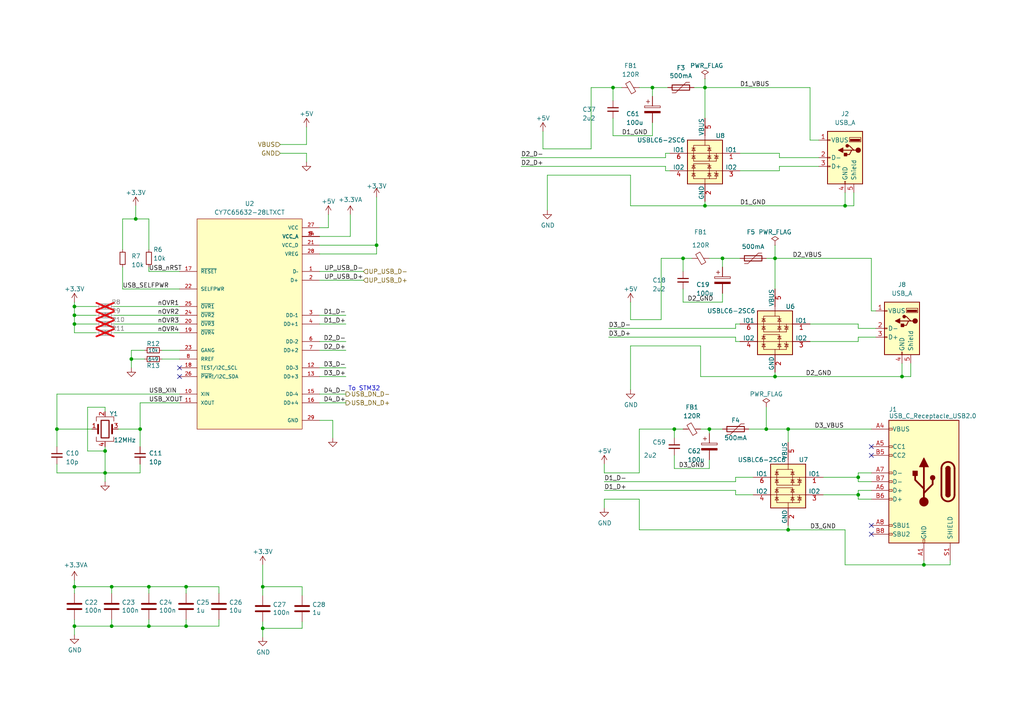
<source format=kicad_sch>
(kicad_sch (version 20230121) (generator eeschema)
  (paper "A4")
  (title_block (title "STM32 Macropad") (date "2023-12-06") (rev "1") (company "Irfaan"))
  (lib_symbols
    (symbol "CY7C65632-28LTXCT:CY7C65632-28LTXCT" (pin_names (offset 1.016))
      (property "Reference" "U" (at -15.2554 31.2736 0))
      (property "Value" "CY7C65632-28LTXCT" (at -15.248 -33.0374 0))
      (symbol "CY7C65632-28LTXCT_0_0"
        (pin bidirectional line (at 20.32 15.24 180) (length 5.08) (name "D–") (number "1"))
        (pin input line (at -20.32 -20.32 0) (length 5.08) (name "XIN") (number "10"))
        (pin output line (at -20.32 -22.86 0) (length 5.08) (name "XOUT") (number "11"))
        (pin bidirectional line (at 20.32 -12.7 180) (length 5.08) (name "DD–3") (number "12"))
        (pin bidirectional line (at 20.32 -15.24 180) (length 5.08) (name "DD+3") (number "13"))
        (pin power_in line (at 20.32 25.4 180) (length 5.08) (name "VCC_A") (number "14"))
        (pin bidirectional line (at 20.32 -20.32 180) (length 5.08) (name "DD–4") (number "15"))
        (pin bidirectional line (at 20.32 -22.86 180) (length 5.08) (name "DD+4") (number "16"))
        (pin input line (at -20.32 15.24 0) (length 5.08) (name "~{RESET}") (number "17"))
        (pin bidirectional line (at -20.32 -12.7 0) (length 5.08) (name "TEST/I2C_SCL") (number "18"))
        (pin input line (at -20.32 -2.54 0) (length 5.08) (name "~{OVR}~{4}") (number "19"))
        (pin bidirectional line (at 20.32 12.7 180) (length 5.08) (name "D+") (number "2"))
        (pin input line (at -20.32 0 0) (length 5.08) (name "~{OVR}~{3}") (number "20"))
        (pin power_in line (at 20.32 22.86 180) (length 5.08) (name "VCC_D") (number "21"))
        (pin input line (at -20.32 10.16 0) (length 5.08) (name "SELFPWR") (number "22"))
        (pin bidirectional line (at -20.32 -7.62 0) (length 5.08) (name "GANG") (number "23"))
        (pin input line (at -20.32 2.54 0) (length 5.08) (name "~{OVR}~{2}") (number "24"))
        (pin input line (at -20.32 5.08 0) (length 5.08) (name "~{OVR}~{1}") (number "25"))
        (pin bidirectional line (at -20.32 -15.24 0) (length 5.08) (name "~{PWR}!/I2C_SDA") (number "26"))
        (pin power_in line (at 20.32 27.94 180) (length 5.08) (name "VCC") (number "27"))
        (pin power_in line (at 20.32 20.32 180) (length 5.08) (name "VREG") (number "28"))
        (pin power_in line (at 20.32 -27.94 180) (length 5.08) (name "GND") (number "29"))
        (pin bidirectional line (at 20.32 2.54 180) (length 5.08) (name "DD–1") (number "3"))
        (pin bidirectional line (at 20.32 0 180) (length 5.08) (name "DD+1") (number "4"))
        (pin power_in line (at 20.32 25.4 180) (length 5.08) (name "VCC_A") (number "5"))
        (pin bidirectional line (at 20.32 -5.08 180) (length 5.08) (name "DD–2") (number "6"))
        (pin bidirectional line (at 20.32 -7.62 180) (length 5.08) (name "DD+2") (number "7"))
        (pin bidirectional line (at -20.32 -10.16 0) (length 5.08) (name "RREF") (number "8"))
        (pin power_in line (at 20.32 25.4 180) (length 5.08) (name "VCC_A") (number "9"))
      )
    )
    (symbol "Connector:USB_A" (pin_names (offset 1.016))
      (property "Reference" "J8" (at 0 12.7 0))
      (property "Value" "USB_A" (at 0 10.16 0))
      (symbol "USB_A_1_1"
        (pin power_in line (at 7.62 5.08 180) (length 2.54) (name "VBUS") (number "1"))
        (pin bidirectional line (at 7.62 0 180) (length 2.54) (name "D-") (number "2"))
        (pin bidirectional line (at 7.62 -2.54 180) (length 2.54) (name "D+") (number "3"))
        (pin power_in line (at 0 -10.16 90) (length 2.54) (name "GND") (number "4"))
        (pin passive line (at -2.54 -10.16 90) (length 2.54) (name "Shield") (number "5"))
      )
    )
    (symbol "Device:C" (pin_numbers hide) (pin_names (offset 0.254))
      (property "Reference" "C" (at 0.635 2.54 0))
      (property "Value" "C" (at 0.635 -2.54 0))
      (symbol "C_1_1"
        (pin passive line (at 0 3.81 270) (length 2.794) (name "~") (number "1"))
        (pin passive line (at 0 -3.81 90) (length 2.794) (name "~") (number "2"))
      )
    )
    (symbol "Device:C_Polarized" (pin_numbers hide) (pin_names (offset 0.254))
      (property "Reference" "C" (at 0.635 2.54 0))
      (property "Value" "C_Polarized" (at 0.635 -2.54 0))
      (symbol "C_Polarized_1_1"
        (pin passive line (at 0 3.81 270) (length 2.794) (name "~") (number "1"))
        (pin passive line (at 0 -3.81 90) (length 2.794) (name "~") (number "2"))
      )
    )
    (symbol "Device:C_Small" (pin_numbers hide) (pin_names (offset 0.254) hide)
      (property "Reference" "C" (at 0.254 1.778 0))
      (property "Value" "C_Small" (at 0.254 -2.032 0))
      (symbol "C_Small_1_1"
        (pin passive line (at 0 2.54 270) (length 2.032) (name "~") (number "1"))
        (pin passive line (at 0 -2.54 90) (length 2.032) (name "~") (number "2"))
      )
    )
    (symbol "Device:Crystal_GND24" (pin_names (offset 1.016) hide)
      (property "Reference" "Y" (at 3.175 5.08 0))
      (property "Value" "Crystal_GND24" (at 3.175 3.175 0))
      (symbol "Crystal_GND24_1_1"
        (pin passive line (at -3.81 0 0) (length 1.27) (name "1") (number "1"))
        (pin passive line (at 0 5.08 270) (length 1.27) (name "2") (number "2"))
        (pin passive line (at 3.81 0 180) (length 1.27) (name "3") (number "3"))
        (pin passive line (at 0 -5.08 90) (length 1.27) (name "4") (number "4"))
      )
    )
    (symbol "Device:FerriteBead_Small" (pin_numbers hide) (pin_names (offset 0))
      (property "Reference" "FB" (at 1.905 1.27 0))
      (property "Value" "FerriteBead_Small" (at 1.905 -1.27 0))
      (symbol "FerriteBead_Small_1_1"
        (pin passive line (at 0 2.54 270) (length 1.27) (name "~") (number "1"))
        (pin passive line (at 0 -2.54 90) (length 1.27) (name "~") (number "2"))
      )
    )
    (symbol "Device:Polyfuse" (pin_numbers hide) (pin_names (offset 0))
      (property "Reference" "F" (at -2.54 0 90))
      (property "Value" "Polyfuse" (at 2.54 0 90))
      (symbol "Polyfuse_1_1"
        (pin passive line (at 0 3.81 270) (length 1.27) (name "~") (number "1"))
        (pin passive line (at 0 -3.81 90) (length 1.27) (name "~") (number "2"))
      )
    )
    (symbol "Device:R_Small" (pin_numbers hide) (pin_names (offset 0.254) hide)
      (property "Reference" "R" (at 0.762 0.508 0))
      (property "Value" "R_Small" (at 0.762 -1.016 0))
      (symbol "R_Small_1_1"
        (pin passive line (at 0 2.54 270) (length 0.762) (name "~") (number "1"))
        (pin passive line (at 0 -2.54 90) (length 0.762) (name "~") (number "2"))
      )
    )
    (symbol "Hub16-rescue:USBLC6-2SC6-josh-ic" (pin_names (offset 0))
      (property "Reference" "U" (at -7.62 8.89 0))
      (property "Value" "josh-ic_USBLC6-2SC6" (at 7.62 7.62 0))
      (symbol "USBLC6-2SC6-josh-ic_1_1"
        (pin passive line (at -10.16 2.54 0) (length 5.08) (name "IO1") (number "1"))
        (pin passive line (at 0 -11.43 90) (length 5.08) (name "GND") (number "2"))
        (pin passive line (at -10.16 -2.54 0) (length 5.08) (name "IO2") (number "3"))
        (pin passive line (at 10.16 -2.54 180) (length 5.08) (name "IO2") (number "4"))
        (pin passive line (at 0 12.7 270) (length 5.08) (name "VBUS") (number "5"))
        (pin passive line (at 10.16 2.54 180) (length 5.08) (name "IO1") (number "6"))
      )
    )
    (symbol "Hub16-rescue:USB_C_Receptacle_USB2.0-Connector" (pin_names (offset 1.016))
      (property "Reference" "J" (at -10.16 19.05 0))
      (property "Value" "Connector_USB_C_Receptacle_USB2.0" (at 19.05 19.05 0))
      (symbol "USB_C_Receptacle_USB2.0-Connector_1_1"
        (pin power_in line (at 0 -22.86 90) (length 5.08) (name "GND") (number "A1"))
        (pin passive line (at 0 -22.86 90) (length 5.08) hide (name "GND") (number "A12"))
        (pin power_in line (at 15.24 15.24 180) (length 5.08) (name "VBUS") (number "A4"))
        (pin bidirectional line (at 15.24 10.16 180) (length 5.08) (name "CC1") (number "A5"))
        (pin bidirectional line (at 15.24 -2.54 180) (length 5.08) (name "D+") (number "A6"))
        (pin bidirectional line (at 15.24 2.54 180) (length 5.08) (name "D-") (number "A7"))
        (pin bidirectional line (at 15.24 -12.7 180) (length 5.08) (name "SBU1") (number "A8"))
        (pin passive line (at 15.24 15.24 180) (length 5.08) hide (name "VBUS") (number "A9"))
        (pin passive line (at 0 -22.86 90) (length 5.08) hide (name "GND") (number "B1"))
        (pin passive line (at 0 -22.86 90) (length 5.08) hide (name "GND") (number "B12"))
        (pin passive line (at 15.24 15.24 180) (length 5.08) hide (name "VBUS") (number "B4"))
        (pin bidirectional line (at 15.24 7.62 180) (length 5.08) (name "CC2") (number "B5"))
        (pin bidirectional line (at 15.24 -5.08 180) (length 5.08) (name "D+") (number "B6"))
        (pin bidirectional line (at 15.24 0 180) (length 5.08) (name "D-") (number "B7"))
        (pin bidirectional line (at 15.24 -15.24 180) (length 5.08) (name "SBU2") (number "B8"))
        (pin passive line (at 15.24 15.24 180) (length 5.08) hide (name "VBUS") (number "B9"))
        (pin passive line (at -7.62 -22.86 90) (length 5.08) (name "SHIELD") (number "S1"))
      )
    )
    (symbol "USB_A_1" (pin_names (offset 1.016))
      (property "Reference" "J2" (at 0 12.7 0))
      (property "Value" "USB_A" (at 0 10.16 0))
      (symbol "USB_A_1_1_1"
        (pin power_in line (at 7.62 5.08 180) (length 2.54) (name "VBUS") (number "1"))
        (pin bidirectional line (at 7.62 0 180) (length 2.54) (name "D-") (number "2"))
        (pin bidirectional line (at 7.62 -2.54 180) (length 2.54) (name "D+") (number "3"))
        (pin power_in line (at 0 -10.16 90) (length 2.54) (name "GND") (number "4"))
        (pin passive line (at -2.54 -10.16 90) (length 2.54) (name "Shield") (number "5"))
      )
    )
    (symbol "power:+3.3V" (power) (pin_names (offset 0))
      (property "Value" "+3.3V" (at 0 3.556 0))
      (symbol "+3.3V_1_1"
        (pin power_in line (at 0 0 90) (length 0) hide (name "+3.3V") (number "1"))
      )
    )
    (symbol "power:+3.3VA" (power) (pin_names (offset 0))
      (property "Value" "+3.3VA" (at 0 3.556 0))
      (symbol "+3.3VA_1_1"
        (pin power_in line (at 0 0 90) (length 0) hide (name "+3.3VA") (number "1"))
      )
    )
    (symbol "power:+5V" (power) (pin_names (offset 0))
      (property "Value" "+5V" (at 0 3.556 0))
      (symbol "+5V_1_1"
        (pin power_in line (at 0 0 90) (length 0) hide (name "+5V") (number "1"))
      )
    )
    (symbol "power:GND" (power) (pin_names (offset 0))
      (property "Value" "GND" (at 0 -3.81 0))
      (symbol "GND_1_1"
        (pin power_in line (at 0 0 270) (length 0) hide (name "GND") (number "1"))
      )
    )
    (symbol "power:PWR_FLAG" (power) (pin_numbers hide) (pin_names (offset 0) hide)
      (property "Value" "PWR_FLAG" (at 0 3.81 0))
      (symbol "PWR_FLAG_0_0"
        (pin power_out line (at 0 0 90) (length 0) (name "pwr") (number "1"))
      )
    )
  )
  (junction (at 38.1 104.14))
  (junction (at 21.59 88.9))
  (junction (at 32.385 170.18))
  (junction (at 204.47 59.69))
  (junction (at 224.79 109.22))
  (junction (at 245.11 59.69))
  (junction (at 30.48 137.16))
  (junction (at 53.975 170.18))
  (junction (at 195.58 124.46))
  (junction (at 76.2 182.245))
  (junction (at 198.12 74.93))
  (junction (at 261.62 109.22))
  (junction (at 21.59 170.18))
  (junction (at 177.8 25.4))
  (junction (at 205.74 124.46))
  (junction (at 53.975 181.61))
  (junction (at 40.64 124.46))
  (junction (at 21.59 181.61))
  (junction (at 267.97 163.83))
  (junction (at 228.6 153.67))
  (junction (at 248.92 138.43))
  (junction (at 43.18 170.18))
  (junction (at 30.48 130.81))
  (junction (at 189.23 25.4))
  (junction (at 248.92 143.51))
  (junction (at 76.2 170.18))
  (junction (at 21.59 93.98))
  (junction (at 39.37 63.5))
  (junction (at 16.51 124.46))
  (junction (at 228.6 124.46))
  (junction (at 43.18 181.61))
  (junction (at 224.79 74.93))
  (junction (at 209.55 74.93))
  (junction (at 21.59 91.44))
  (junction (at 222.25 124.46))
  (junction (at 204.47 25.4))
  (junction (at 109.22 71.12))
  (junction (at 32.385 181.61))
  (no_connect (at 252.73 152.4))
  (no_connect (at 252.73 132.08))
  (no_connect (at 252.73 154.94))
  (no_connect (at 52.07 106.68))
  (no_connect (at 52.07 109.22))
  (no_connect (at 252.73 129.54))
  (wire (pts (xy 32.385 170.18) (xy 32.385 172.085)))
  (wire (pts (xy 96.52 121.92) (xy 96.52 127)))
  (wire (pts (xy 53.975 181.61) (xy 43.18 181.61)))
  (wire (pts (xy 21.59 96.52) (xy 21.59 93.98)))
  (wire (pts (xy 76.2 182.245) (xy 76.2 184.785)))
  (wire (pts (xy 248.92 95.25) (xy 254 95.25)))
  (wire (pts (xy 87.63 170.18) (xy 87.63 172.72)))
  (wire (pts (xy 92.71 81.28) (xy 105.41 81.28)))
  (wire (pts (xy 228.6 153.67) (xy 245.11 153.67)))
  (wire (pts (xy 234.95 99.06) (xy 248.92 99.06)))
  (wire (pts (xy 16.51 124.46) (xy 26.67 124.46)))
  (wire (pts (xy 38.1 104.14) (xy 38.1 106.68)))
  (wire (pts (xy 35.56 63.5) (xy 35.56 72.39)))
  (wire (pts (xy 92.71 68.58) (xy 101.6 68.58)))
  (wire (pts (xy 214.63 49.53) (xy 226.06 49.53)))
  (wire (pts (xy 35.56 63.5) (xy 39.37 63.5)))
  (wire (pts (xy 76.2 170.18) (xy 76.2 172.72)))
  (wire (pts (xy 25.4 130.81) (xy 25.4 118.11)))
  (wire (pts (xy 193.04 45.72) (xy 193.04 44.45)))
  (wire (pts (xy 171.45 25.4) (xy 177.8 25.4)))
  (wire (pts (xy 16.51 114.3) (xy 52.07 114.3)))
  (wire (pts (xy 198.12 87.63) (xy 209.55 87.63)))
  (wire (pts (xy 213.36 95.25) (xy 213.36 93.98)))
  (wire (pts (xy 52.07 83.82) (xy 35.56 83.82)))
  (wire (pts (xy 30.48 129.54) (xy 30.48 130.81)))
  (wire (pts (xy 157.48 43.18) (xy 171.45 43.18)))
  (wire (pts (xy 248.92 144.78) (xy 252.73 144.78)))
  (wire (pts (xy 30.48 137.16) (xy 30.48 139.7)))
  (wire (pts (xy 109.22 73.66) (xy 109.22 71.12)))
  (wire (pts (xy 81.28 44.45) (xy 88.9 44.45)))
  (wire (pts (xy 191.77 92.71) (xy 191.77 74.93)))
  (wire (pts (xy 43.18 170.18) (xy 43.18 172.085)))
  (wire (pts (xy 92.71 114.3) (xy 100.33 114.3)))
  (wire (pts (xy 21.59 88.9) (xy 21.59 87.63)))
  (wire (pts (xy 234.95 93.98) (xy 248.92 93.98)))
  (wire (pts (xy 158.75 50.8) (xy 182.88 50.8)))
  (wire (pts (xy 30.48 130.81) (xy 25.4 130.81)))
  (wire (pts (xy 39.37 63.5) (xy 39.37 59.69)))
  (wire (pts (xy 92.71 99.06) (xy 100.33 99.06)))
  (wire (pts (xy 209.55 74.93) (xy 214.63 74.93)))
  (wire (pts (xy 193.04 44.45) (xy 194.31 44.45)))
  (wire (pts (xy 226.06 45.72) (xy 226.06 44.45)))
  (wire (pts (xy 189.23 39.37) (xy 189.23 35.56)))
  (wire (pts (xy 198.12 83.82) (xy 198.12 87.63)))
  (wire (pts (xy 248.92 97.79) (xy 254 97.79)))
  (wire (pts (xy 193.04 49.53) (xy 193.04 48.26)))
  (wire (pts (xy 195.58 132.08) (xy 195.58 135.89)))
  (wire (pts (xy 217.17 124.46) (xy 222.25 124.46)))
  (wire (pts (xy 234.95 40.64) (xy 237.49 40.64)))
  (wire (pts (xy 209.55 87.63) (xy 209.55 85.09)))
  (wire (pts (xy 16.51 124.46) (xy 16.51 129.54)))
  (wire (pts (xy 53.975 170.18) (xy 53.975 172.085)))
  (wire (pts (xy 32.385 179.705) (xy 32.385 181.61)))
  (wire (pts (xy 195.58 124.46) (xy 198.12 124.46)))
  (wire (pts (xy 182.88 92.71) (xy 191.77 92.71)))
  (wire (pts (xy 32.385 170.18) (xy 43.18 170.18)))
  (wire (pts (xy 43.18 179.705) (xy 43.18 181.61)))
  (wire (pts (xy 21.59 91.44) (xy 21.59 88.9)))
  (wire (pts (xy 92.71 121.92) (xy 96.52 121.92)))
  (wire (pts (xy 185.42 124.46) (xy 185.42 137.16)))
  (wire (pts (xy 177.8 25.4) (xy 180.34 25.4)))
  (wire (pts (xy 213.36 99.06) (xy 214.63 99.06)))
  (wire (pts (xy 267.97 162.56) (xy 267.97 163.83)))
  (wire (pts (xy 41.91 101.6) (xy 38.1 101.6)))
  (wire (pts (xy 88.9 36.83) (xy 88.9 41.91)))
  (wire (pts (xy 182.88 100.33) (xy 182.88 113.03)))
  (wire (pts (xy 182.88 92.71) (xy 182.88 87.63)))
  (wire (pts (xy 213.36 142.24) (xy 213.36 143.51)))
  (wire (pts (xy 248.92 142.24) (xy 248.92 143.51)))
  (wire (pts (xy 92.71 109.22) (xy 100.33 109.22)))
  (wire (pts (xy 43.18 72.39) (xy 43.18 63.5)))
  (wire (pts (xy 203.2 100.33) (xy 203.2 109.22)))
  (wire (pts (xy 16.51 114.3) (xy 16.51 124.46)))
  (wire (pts (xy 32.385 170.18) (xy 21.59 170.18)))
  (wire (pts (xy 204.47 59.69) (xy 204.47 58.42)))
  (wire (pts (xy 214.63 44.45) (xy 226.06 44.45)))
  (wire (pts (xy 27.94 96.52) (xy 21.59 96.52)))
  (wire (pts (xy 195.58 135.89) (xy 205.74 135.89)))
  (wire (pts (xy 25.4 118.11) (xy 30.48 118.11)))
  (wire (pts (xy 185.42 25.4) (xy 189.23 25.4)))
  (wire (pts (xy 95.25 66.04) (xy 95.25 62.23)))
  (wire (pts (xy 198.12 74.93) (xy 198.12 78.74)))
  (wire (pts (xy 248.92 93.98) (xy 248.92 95.25)))
  (wire (pts (xy 40.64 134.62) (xy 40.64 137.16)))
  (wire (pts (xy 205.74 124.46) (xy 209.55 124.46)))
  (wire (pts (xy 248.92 139.7) (xy 248.92 138.43)))
  (wire (pts (xy 228.6 124.46) (xy 222.25 124.46)))
  (wire (pts (xy 252.73 90.17) (xy 254 90.17)))
  (wire (pts (xy 16.51 134.62) (xy 16.51 137.16)))
  (wire (pts (xy 204.47 22.86) (xy 204.47 25.4)))
  (wire (pts (xy 226.06 45.72) (xy 237.49 45.72)))
  (wire (pts (xy 226.06 48.26) (xy 237.49 48.26)))
  (wire (pts (xy 92.71 66.04) (xy 95.25 66.04)))
  (wire (pts (xy 175.26 142.24) (xy 213.36 142.24)))
  (wire (pts (xy 92.71 116.84) (xy 100.33 116.84)))
  (wire (pts (xy 264.16 109.22) (xy 261.62 109.22)))
  (wire (pts (xy 92.71 101.6) (xy 100.33 101.6)))
  (wire (pts (xy 213.36 138.43) (xy 218.44 138.43)))
  (wire (pts (xy 92.71 91.44) (xy 100.33 91.44)))
  (wire (pts (xy 209.55 77.47) (xy 209.55 74.93)))
  (wire (pts (xy 46.99 104.14) (xy 52.07 104.14)))
  (wire (pts (xy 189.23 25.4) (xy 193.675 25.4)))
  (wire (pts (xy 177.8 39.37) (xy 189.23 39.37)))
  (wire (pts (xy 238.76 143.51) (xy 248.92 143.51)))
  (wire (pts (xy 205.74 135.89) (xy 205.74 133.35)))
  (wire (pts (xy 248.92 137.16) (xy 252.73 137.16)))
  (wire (pts (xy 245.11 153.67) (xy 245.11 163.83)))
  (wire (pts (xy 213.36 99.06) (xy 213.36 97.79)))
  (wire (pts (xy 63.5 179.705) (xy 63.5 181.61)))
  (wire (pts (xy 189.23 27.94) (xy 189.23 25.4)))
  (wire (pts (xy 201.295 25.4) (xy 204.47 25.4)))
  (wire (pts (xy 21.59 181.61) (xy 21.59 184.15)))
  (wire (pts (xy 213.36 143.51) (xy 218.44 143.51)))
  (wire (pts (xy 175.26 134.62) (xy 175.26 137.16)))
  (wire (pts (xy 203.2 124.46) (xy 205.74 124.46)))
  (wire (pts (xy 185.42 124.46) (xy 195.58 124.46)))
  (wire (pts (xy 63.5 170.18) (xy 63.5 172.085)))
  (wire (pts (xy 76.2 170.18) (xy 87.63 170.18)))
  (wire (pts (xy 21.59 88.9) (xy 27.94 88.9)))
  (wire (pts (xy 40.64 116.84) (xy 40.64 124.46)))
  (wire (pts (xy 92.71 78.74) (xy 105.41 78.74)))
  (wire (pts (xy 101.6 68.58) (xy 101.6 62.23)))
  (wire (pts (xy 264.16 105.41) (xy 264.16 109.22)))
  (wire (pts (xy 224.79 71.12) (xy 224.79 74.93)))
  (wire (pts (xy 248.92 99.06) (xy 248.92 97.79)))
  (wire (pts (xy 182.88 100.33) (xy 203.2 100.33)))
  (wire (pts (xy 247.65 55.88) (xy 247.65 59.69)))
  (wire (pts (xy 88.9 46.99) (xy 88.9 44.45)))
  (wire (pts (xy 21.59 91.44) (xy 27.94 91.44)))
  (wire (pts (xy 33.02 91.44) (xy 52.07 91.44)))
  (wire (pts (xy 228.6 124.46) (xy 228.6 128.27)))
  (wire (pts (xy 43.18 170.18) (xy 53.975 170.18)))
  (wire (pts (xy 76.2 163.83) (xy 76.2 170.18)))
  (wire (pts (xy 21.59 170.18) (xy 21.59 172.085)))
  (wire (pts (xy 228.6 152.4) (xy 228.6 153.67)))
  (wire (pts (xy 245.11 163.83) (xy 267.97 163.83)))
  (wire (pts (xy 33.02 96.52) (xy 52.07 96.52)))
  (wire (pts (xy 53.975 179.705) (xy 53.975 181.61)))
  (wire (pts (xy 35.56 83.82) (xy 35.56 77.47)))
  (wire (pts (xy 175.26 147.32) (xy 175.26 144.78)))
  (wire (pts (xy 52.07 78.74) (xy 43.18 78.74)))
  (wire (pts (xy 158.75 50.8) (xy 158.75 60.96)))
  (wire (pts (xy 87.63 182.245) (xy 76.2 182.245)))
  (wire (pts (xy 177.8 39.37) (xy 177.8 34.29)))
  (wire (pts (xy 46.99 101.6) (xy 52.07 101.6)))
  (wire (pts (xy 205.74 74.93) (xy 209.55 74.93)))
  (wire (pts (xy 92.71 93.98) (xy 100.33 93.98)))
  (wire (pts (xy 193.04 49.53) (xy 194.31 49.53)))
  (wire (pts (xy 43.18 78.74) (xy 43.18 77.47)))
  (wire (pts (xy 195.58 127) (xy 195.58 124.46)))
  (wire (pts (xy 204.47 59.69) (xy 245.11 59.69)))
  (wire (pts (xy 185.42 144.78) (xy 185.42 153.67)))
  (wire (pts (xy 275.59 163.83) (xy 267.97 163.83)))
  (wire (pts (xy 248.92 138.43) (xy 248.92 137.16)))
  (wire (pts (xy 222.25 118.11) (xy 222.25 124.46)))
  (wire (pts (xy 109.22 57.15) (xy 109.22 71.12)))
  (wire (pts (xy 33.02 93.98) (xy 52.07 93.98)))
  (wire (pts (xy 224.79 83.82) (xy 224.79 74.93)))
  (wire (pts (xy 177.8 25.4) (xy 177.8 29.21)))
  (wire (pts (xy 40.64 116.84) (xy 52.07 116.84)))
  (wire (pts (xy 224.79 109.22) (xy 224.79 107.95)))
  (wire (pts (xy 21.59 168.275) (xy 21.59 170.18)))
  (wire (pts (xy 76.2 180.34) (xy 76.2 182.245)))
  (wire (pts (xy 176.53 95.25) (xy 213.36 95.25)))
  (wire (pts (xy 238.76 138.43) (xy 248.92 138.43)))
  (wire (pts (xy 228.6 124.46) (xy 252.73 124.46)))
  (wire (pts (xy 261.62 105.41) (xy 261.62 109.22)))
  (wire (pts (xy 175.26 137.16) (xy 185.42 137.16)))
  (wire (pts (xy 81.28 41.91) (xy 88.9 41.91)))
  (wire (pts (xy 171.45 43.18) (xy 171.45 25.4)))
  (wire (pts (xy 226.06 48.26) (xy 226.06 49.53)))
  (wire (pts (xy 252.73 74.93) (xy 252.73 90.17)))
  (wire (pts (xy 40.64 124.46) (xy 40.64 129.54)))
  (wire (pts (xy 30.48 118.11) (xy 30.48 119.38)))
  (wire (pts (xy 38.1 101.6) (xy 38.1 104.14)))
  (wire (pts (xy 205.74 125.73) (xy 205.74 124.46)))
  (wire (pts (xy 224.79 109.22) (xy 261.62 109.22)))
  (wire (pts (xy 248.92 142.24) (xy 252.73 142.24)))
  (wire (pts (xy 151.13 48.26) (xy 193.04 48.26)))
  (wire (pts (xy 21.59 179.705) (xy 21.59 181.61)))
  (wire (pts (xy 204.47 25.4) (xy 234.95 25.4)))
  (wire (pts (xy 39.37 63.5) (xy 43.18 63.5)))
  (wire (pts (xy 151.13 45.72) (xy 193.04 45.72)))
  (wire (pts (xy 247.65 59.69) (xy 245.11 59.69)))
  (wire (pts (xy 182.88 50.8) (xy 182.88 59.69)))
  (wire (pts (xy 16.51 137.16) (xy 30.48 137.16)))
  (wire (pts (xy 213.36 139.7) (xy 213.36 138.43)))
  (wire (pts (xy 43.18 181.61) (xy 32.385 181.61)))
  (wire (pts (xy 92.71 71.12) (xy 109.22 71.12)))
  (wire (pts (xy 176.53 97.79) (xy 213.36 97.79)))
  (wire (pts (xy 30.48 130.81) (xy 30.48 137.16)))
  (wire (pts (xy 175.26 144.78) (xy 185.42 144.78)))
  (wire (pts (xy 53.975 170.18) (xy 63.5 170.18)))
  (wire (pts (xy 185.42 153.67) (xy 228.6 153.67)))
  (wire (pts (xy 21.59 93.98) (xy 21.59 91.44)))
  (wire (pts (xy 204.47 34.29) (xy 204.47 25.4)))
  (wire (pts (xy 203.2 109.22) (xy 224.79 109.22)))
  (wire (pts (xy 248.92 139.7) (xy 252.73 139.7)))
  (wire (pts (xy 191.77 74.93) (xy 198.12 74.93)))
  (wire (pts (xy 222.25 74.93) (xy 224.79 74.93)))
  (wire (pts (xy 245.11 59.69) (xy 245.11 55.88)))
  (wire (pts (xy 38.1 104.14) (xy 41.91 104.14)))
  (wire (pts (xy 182.88 59.69) (xy 204.47 59.69)))
  (wire (pts (xy 157.48 43.18) (xy 157.48 38.1)))
  (wire (pts (xy 224.79 74.93) (xy 252.73 74.93)))
  (wire (pts (xy 34.29 124.46) (xy 40.64 124.46)))
  (wire (pts (xy 32.385 181.61) (xy 21.59 181.61)))
  (wire (pts (xy 92.71 106.68) (xy 100.33 106.68)))
  (wire (pts (xy 33.02 88.9) (xy 52.07 88.9)))
  (wire (pts (xy 87.63 180.34) (xy 87.63 182.245)))
  (wire (pts (xy 213.36 93.98) (xy 214.63 93.98)))
  (wire (pts (xy 275.59 162.56) (xy 275.59 163.83)))
  (wire (pts (xy 234.95 25.4) (xy 234.95 40.64)))
  (wire (pts (xy 198.12 74.93) (xy 200.66 74.93)))
  (wire (pts (xy 248.92 143.51) (xy 248.92 144.78)))
  (wire (pts (xy 21.59 93.98) (xy 27.94 93.98)))
  (wire (pts (xy 175.26 139.7) (xy 213.36 139.7)))
  (wire (pts (xy 63.5 181.61) (xy 53.975 181.61)))
  (wire (pts (xy 40.64 137.16) (xy 30.48 137.16)))
  (wire (pts (xy 92.71 73.66) (xy 109.22 73.66)))
  (text "To STM32\n" (at 100.965 113.538 0) (effects (font (size 1.27 1.27)) (justify left bottom)))
  (label "D2_GND" (at 233.68 109.22 0))
  (label "D2_D+" (at 100.33 101.6 180))
  (label "D3_VBUS" (at 236.22 124.46 0))
  (label "D3_GND" (at 196.85 135.89 0))
  (label "D2_D-" (at 100.33 99.06 180))
  (label "nOVR2" (at 45.72 91.44 0))
  (label "D1_D-" (at 100.33 91.44 180))
  (label "D2_D-" (at 151.13 45.72 0))
  (label "D3_D-" (at 100.33 106.68 180))
  (label "D3_D+" (at 100.33 109.22 180))
  (label "nOVR1" (at 45.72 88.9 0))
  (label "UP_USB_D+" (at 105.41 81.28 180))
  (label "D2_VBUS" (at 229.87 74.93 0))
  (label "D2_D+" (at 151.13 48.26 0))
  (label "D4_D-" (at 100.33 114.3 180))
  (label "D2_GND" (at 199.39 87.63 0))
  (label "D3_D-" (at 176.53 95.25 0))
  (label "USB_XIN" (at 43.18 114.3 0))
  (label "D3_D+" (at 176.53 97.79 0))
  (label "D4_D+" (at 100.33 116.84 180))
  (label "D3_GND" (at 234.95 153.67 0))
  (label "nOVR3" (at 45.72 93.98 0))
  (label "D1_D+" (at 175.26 142.24 0))
  (label "nOVR4" (at 45.72 96.52 0))
  (label "D1_GND" (at 180.34 39.37 0))
  (label "UP_USB_D-" (at 105.41 78.74 180))
  (label "USB_SELFPWR" (at 35.56 83.82 0))
  (label "D1_VBUS" (at 214.63 25.4 0))
  (label "D1_GND" (at 214.63 59.69 0))
  (label "D1_D-" (at 175.26 139.7 0))
  (label "D1_D+" (at 100.33 93.98 180))
  (label "USB_nRST" (at 43.18 78.74 0))
  (label "USB_XOUT" (at 43.18 116.84 0))
  (hierarchical_label "VBUS" (shape input) (at 81.28 41.91 180))
  (hierarchical_label "GND" (shape input) (at 81.28 44.45 180))
  (hierarchical_label "UP_USB_D-" (shape input) (at 105.41 78.74 0))
  (hierarchical_label "USB_DN_D-" (shape output) (at 100.33 114.3 0))
  (hierarchical_label "USB_DN_D+" (shape output) (at 100.33 116.84 0))
  (hierarchical_label "UP_USB_D+" (shape input) (at 105.41 81.28 0))
  (symbol (lib_id "power:GND") (at 182.88 113.03 0) (unit 1)
    (property "Reference" "#PWR038" (effects hide))
    (property "Value" "GND" (at 183.007 117.4242 0))
    (instances (project "Macropad_STM32" (path "" (reference "#PWR038") (unit 1))) (project "Hub16" (path "" (reference "#PWR022") (unit 1)) (path "" (reference "#PWR?") (unit 1))))
  )
  (symbol (lib_id "power:GND") (at 30.48 139.7 0) (unit 1)
    (property "Reference" "#PWR011" (effects hide))
    (property "Value" "GND" (effects hide))
    (instances (project "Macropad_STM32" (path "" (reference "#PWR011") (unit 1)) (path "" (reference "#PWR023") (unit 1))))
  )
  (symbol (lib_id "Device:C_Polarized") (at 209.55 81.28 0) (unit 1)
    (property "Reference" "C19" (at 201.93 82.55 0) (effects (justify left)))
    (property "Value" "100u" (at 201.93 85.09 0) (effects (justify left)))
    (property "Footprint" "Capacitor_SMD:C_Elec_6.3x5.4" (effects hide))
  )
  (symbol (lib_id "Device:C") (at 87.63 176.53 0) (unit 1)
    (property "Reference" "C28" (at 90.551 175.3616 0) (effects (justify left)))
    (property "Value" "1u" (at 90.551 177.673 0) (effects (justify left)))
    (property "Footprint" "Capacitor_SMD:C_0805_2012Metric_Pad1.18x1.45mm_HandSolder" (effects hide))
    (property "DigiKey" "1276-1866-1-ND \r" (effects hide))
    (property "MPN" "CL10A105MP8NNNC \r" (effects hide))
    (property "Substitue Allowed?" "Y - X5R or better" (effects hide))
    (property "LCSC" "C29936\r" (effects hide))
    (property "Manufacturer" "Samsung Electro-Mechanics\r" (effects hide))
    (instances (project "Macropad_STM32" (path "" (reference "C28") (unit 1))) (project "Hub16" (path "" (reference "C22") (unit 1))))
  )
  (symbol (lib_id "Device:C_Small") (at 16.51 132.08 0) (unit 1)
    (property "Reference" "C10" (at 19.05 131.4513 0) (effects (justify left)))
    (property "Value" "10p" (at 19.05 133.9913 0) (effects (justify left)))
    (property "Footprint" "Capacitor_SMD:C_0805_2012Metric_Pad1.18x1.45mm_HandSolder" (effects hide))
    (instances (project "Macropad_STM32" (path "" (reference "C10") (unit 1)) (path "" (reference "C15") (unit 1))))
  )
  (symbol (lib_id "power:GND") (at 96.52 127 0) (unit 1)
    (property "Reference" "#PWR011" (effects hide))
    (property "Value" "GND" (effects hide))
    (instances (project "Macropad_STM32" (path "" (reference "#PWR011") (unit 1)) (path "" (reference "#PWR024") (unit 1))))
  )
  (symbol (lib_id "Device:FerriteBead_Small") (at 203.2 74.93 270) (mirror x) (unit 1)
    (property "Reference" "FB1" (at 203.2 67.31 90))
    (property "Value" "120R" (at 203.2381 71.12 90))
    (property "Footprint" "Fuse:Fuse_0805_2012Metric_Pad1.15x1.40mm_HandSolder" (effects hide))
    (instances (project "Macropad_STM32" (path "" (reference "FB1") (unit 1)) (path "" (reference "FB4") (unit 1))))
  )
  (symbol (lib_name "USB_A_1") (lib_id "Connector:USB_A") (at 245.11 45.72 0) (mirror y) (unit 1)
    (property "Reference" "J2" (at 245.11 33.02 0))
    (property "Value" "USB_A" (at 245.11 35.56 0))
    (property "Footprint" "SK6812SIDE:AMPHENOL_UE27AC54100" (effects hide))
    (property "Datasheet" " ~" (effects hide))
  )
  (symbol (lib_id "Device:Polyfuse") (at 213.36 124.46 270) (unit 1)
    (property "Reference" "F4" (at 213.36 121.92 90))
    (property "Value" "500mA" (at 213.36 127 90))
    (property "Footprint" "Fuse:Fuse_1206_3216Metric_Pad1.42x1.75mm_HandSolder" (effects hide))
    (property "DigiKey" "F2772CT-ND" (effects hide))
    (property "LCSC" "C207022" (effects hide))
    (property "MPN" "0805L050WR" (effects hide))
    (property "Manufacturer" "Littelfuse" (effects hide))
    (property "Substitue Allowed?" "Y - 500mA hold / 1A trip" (effects hide))
    (instances (project "Macropad_STM32" (path "" (reference "F4") (unit 1))) (project "Hub16" (path "" (reference "F3") (unit 1))))
  )
  (symbol (lib_id "power:GND") (at 175.26 147.32 0) (unit 1)
    (property "Reference" "#PWR040" (effects hide))
    (property "Value" "GND" (at 175.387 151.7142 0))
    (instances (project "Macropad_STM32" (path "" (reference "#PWR040") (unit 1))) (project "Hub16" (path "" (reference "#PWR022") (unit 1)) (path "" (reference "#PWR?") (unit 1))))
  )
  (symbol (lib_id "Device:R_Small") (at 44.45 101.6 90) (unit 1)
    (property "Reference" "R12" (at 44.45 99.695 90))
    (property "Value" "10k" (at 44.45 101.6 90) (effects (font (size 1 1))))
    (property "Footprint" "Resistor_SMD:R_0805_2012Metric_Pad1.20x1.40mm_HandSolder" (effects hide))
  )
  (symbol (lib_id "Device:C") (at 63.5 175.895 0) (unit 1)
    (property "Reference" "C26" (at 66.421 174.7266 0) (effects (justify left)))
    (property "Value" "10u" (at 66.421 177.038 0) (effects (justify left)))
    (property "Footprint" "Capacitor_SMD:C_0805_2012Metric_Pad1.18x1.45mm_HandSolder" (effects hide))
    (property "DigiKey" "1276-1866-1-ND \r" (effects hide))
    (property "MPN" "CL10A105MP8NNNC \r" (effects hide))
    (property "Substitue Allowed?" "Y - X5R or better" (effects hide))
    (property "LCSC" "C29936\r" (effects hide))
    (property "Manufacturer" "Samsung Electro-Mechanics\r" (effects hide))
    (instances (project "Macropad_STM32" (path "" (reference "C26") (unit 1))) (project "Hub16" (path "" (reference "C20") (unit 1))))
  )
  (symbol (lib_id "power:+5V") (at 175.26 134.62 0) (unit 1)
    (property "Reference" "#PWR039" (effects hide))
    (property "Value" "VBUS" (at 175.26 130.81 0))
    (instances (project "Macropad_STM32" (path "" (reference "#PWR039") (unit 1))) (project "Hub16" (path "" (reference "#PWR0140") (unit 1)) (path "" (reference "#PWR?") (unit 1))))
  )
  (symbol (lib_id "Device:Polyfuse") (at 218.44 74.93 270) (unit 1)
    (property "Reference" "F5" (at 217.805 67.31 90))
    (property "Value" "500mA" (at 218.44 71.5264 90))
    (property "Footprint" "Fuse:Fuse_1206_3216Metric_Pad1.42x1.75mm_HandSolder" (effects hide))
    (property "DigiKey" "F2772CT-ND" (effects hide))
    (property "LCSC" "C207022" (effects hide))
    (property "MPN" "0805L050WR" (effects hide))
    (property "Manufacturer" "Littelfuse" (effects hide))
    (property "Substitue Allowed?" "Y - 500mA hold / 1A trip" (effects hide))
    (instances (project "Macropad_STM32" (path "" (reference "F5") (unit 1))) (project "Hub16" (path "" (reference "F3") (unit 1))))
  )
  (symbol (lib_id "power:+5V") (at 95.25 62.23 0) (unit 1)
    (property "Reference" "#PWR026" (effects hide))
    (property "Value" "VBUS" (at 95.25 58.42 0))
    (instances (project "Macropad_STM32" (path "" (reference "#PWR026") (unit 1))) (project "Hub16" (path "" (reference "#PWR0140") (unit 1)) (path "" (reference "#PWR?") (unit 1))))
  )
  (symbol (lib_id "power:PWR_FLAG") (at 222.25 118.11 0) (unit 1)
    (property "Reference" "#FLG05" (effects hide))
    (property "Value" "PWR_FLAG" (at 222.25 114.3 0))
  )
  (symbol (lib_id "power:+3.3V") (at 39.37 59.69 0) (unit 1)
    (property "Reference" "#PWR025" (effects hide))
    (property "Value" "+3.3V" (at 39.37 55.88 0))
  )
  (symbol (lib_id "Device:C") (at 32.385 175.895 0) (unit 1)
    (property "Reference" "C23" (at 35.306 174.7266 0) (effects (justify left)))
    (property "Value" "100n" (at 35.306 177.038 0) (effects (justify left)))
    (property "Footprint" "Capacitor_SMD:C_0805_2012Metric_Pad1.18x1.45mm_HandSolder" (effects hide))
    (property "DigiKey" "1276-1000-1-ND\r" (effects hide))
    (property "MPN" "CL10B104KB8NNNC\r" (effects hide))
    (property "Substitue Allowed?" "Y - X5R or better" (effects hide))
    (property "LCSC" "C1591\r" (effects hide))
    (property "Manufacturer" "Samsung Electro-Mechanics\r" (effects hide))
    (instances (project "Macropad_STM32" (path "" (reference "C23") (unit 1))) (project "Hub16" (path "" (reference "C15") (unit 1))))
  )
  (symbol (lib_id "power:PWR_FLAG") (at 224.79 71.12 0) (unit 1)
    (property "Reference" "#FLG06" (effects hide))
    (property "Value" "PWR_FLAG" (at 224.79 67.31 0))
  )
  (symbol (lib_id "Device:C") (at 43.18 175.895 0) (unit 1)
    (property "Reference" "C24" (at 46.101 174.7266 0) (effects (justify left)))
    (property "Value" "100n" (at 46.101 177.038 0) (effects (justify left)))
    (property "Footprint" "Capacitor_SMD:C_0805_2012Metric_Pad1.18x1.45mm_HandSolder" (effects hide))
    (property "DigiKey" "1276-1000-1-ND\r" (effects hide))
    (property "MPN" "CL10B104KB8NNNC\r" (effects hide))
    (property "Substitue Allowed?" "Y - X5R or better" (effects hide))
    (property "LCSC" "C1591\r" (effects hide))
    (property "Manufacturer" "Samsung Electro-Mechanics\r" (effects hide))
    (instances (project "Macropad_STM32" (path "" (reference "C24") (unit 1))) (project "Hub16" (path "" (reference "C16") (unit 1))))
  )
  (symbol (lib_id "Device:Polyfuse") (at 197.485 25.4 270) (unit 1)
    (property "Reference" "F3" (at 197.485 19.685 90))
    (property "Value" "500mA" (at 197.485 21.9964 90))
    (property "Footprint" "Fuse:Fuse_1206_3216Metric_Pad1.42x1.75mm_HandSolder" (effects hide))
    (property "DigiKey" "F2772CT-ND" (effects hide))
    (property "LCSC" "C207022" (effects hide))
    (property "MPN" "0805L050WR" (effects hide))
    (property "Manufacturer" "Littelfuse" (effects hide))
    (property "Substitue Allowed?" "Y - 500mA hold / 1A trip" (effects hide))
  )
  (symbol (lib_id "Device:C_Polarized") (at 205.74 129.54 0) (unit 1)
    (property "Reference" "C62" (at 199.39 130.81 0) (effects (justify left)))
    (property "Value" "100u" (at 199.39 133.35 0) (effects (justify left)))
    (property "Footprint" "Capacitor_SMD:C_Elec_6.3x5.4" (effects hide))
  )
  (symbol (lib_id "power:GND") (at 88.9 46.99 0) (unit 1)
    (property "Reference" "#PWR011" (effects hide))
    (property "Value" "GND" (effects hide))
    (instances (project "Macropad_STM32" (path "" (reference "#PWR011") (unit 1)) (path "" (reference "#PWR093") (unit 1))))
  )
  (symbol (lib_id "power:GND") (at 38.1 106.68 0) (unit 1)
    (property "Reference" "#PWR011" (effects hide))
    (property "Value" "GND" (effects hide))
    (instances (project "Macropad_STM32" (path "" (reference "#PWR011") (unit 1)) (path "" (reference "#PWR028") (unit 1))))
  )
  (symbol (lib_id "Device:R_Small") (at 30.48 93.98 90) (unit 1) (dnp yes)
    (property "Reference" "R10" (at 34.29 92.71 90))
    (property "Value" "10k" (at 30.48 93.98 90) (effects (font (size 1 1))))
    (property "Footprint" "Resistor_SMD:R_0805_2012Metric_Pad1.20x1.40mm_HandSolder" (effects hide))
  )
  (symbol (lib_id "Device:C_Small") (at 40.64 132.08 0) (unit 1)
    (property "Reference" "C11" (at 43.18 131.4513 0) (effects (justify left)))
    (property "Value" "10p" (at 43.18 133.9913 0) (effects (justify left)))
    (property "Footprint" "Capacitor_SMD:C_0805_2012Metric_Pad1.18x1.45mm_HandSolder" (effects hide))
    (instances (project "Macropad_STM32" (path "" (reference "C11") (unit 1)) (path "" (reference "C16") (unit 1))))
  )
  (symbol (lib_id "Device:C_Small") (at 198.12 81.28 0) (unit 1)
    (property "Reference" "C18" (at 189.23 81.28 0) (effects (justify left)))
    (property "Value" "2u2" (at 189.23 83.82 0) (effects (justify left)))
    (property "Footprint" "Capacitor_SMD:C_0805_2012Metric_Pad1.18x1.45mm_HandSolder" (effects hide))
  )
  (symbol (lib_id "Device:Crystal_GND24") (at 30.48 124.46 0) (unit 1)
    (property "Reference" "Y1" (at 33.02 120.015 0))
    (property "Value" "12MHz" (at 36.195 127.635 0))
    (property "Footprint" "Crystal:Crystal_SMD_3225-4Pin_3.2x2.5mm_HandSoldering" (effects hide))
    (instances (project "Macropad_STM32" (path "" (reference "Y1") (unit 1)) (path "" (reference "Y2") (unit 1))))
  )
  (symbol (lib_id "Device:R_Small") (at 30.48 96.52 90) (unit 1) (dnp yes)
    (property "Reference" "R11" (at 34.29 95.25 90))
    (property "Value" "10k" (at 30.48 96.52 90) (effects (font (size 1 1))))
    (property "Footprint" "Resistor_SMD:R_0805_2012Metric_Pad1.20x1.40mm_HandSolder" (effects hide))
  )
  (symbol (lib_id "Hub16-rescue:USB_C_Receptacle_USB2.0-Connector") (at 267.97 139.7 0) (mirror y) (unit 1)
    (property "Reference" "J1" (at 257.81 118.745 0) (effects (justify right)))
    (property "Value" "USB_C_Receptacle_USB2.0" (at 257.81 120.65 0) (effects (justify right)))
    (property "Footprint" "Connector_USB:USB_C_Receptacle_HRO_TYPE-C-31-M-12" (effects hide))
    (property "Datasheet" "https://www.usb.org/sites/default/files/documents/usb_type-c.zip" (effects hide))
    (property "LCSC" "C319148" (effects hide))
    (property "MPN" "U262-161N-4BVC11" (effects hide))
    (property "Notes" "Cannot source from DigiKey\r" (effects hide))
    (property "Substitue Allowed?" "Y - Footprint / pinout compatiable" (effects hide))
    (property "Manufacturer" "XKB Enterprise\r" (effects hide))
    (instances (project "Macropad_STM32" (path "" (reference "J1") (unit 1))) (project "Hub16" (path "" (reference "J4") (unit 1)) (path "" (reference "J4") (unit 1))))
  )
  (symbol (lib_id "power:+5V") (at 182.88 87.63 0) (unit 1)
    (property "Reference" "#PWR037" (effects hide))
    (property "Value" "VBUS" (at 182.88 83.82 0))
    (instances (project "Macropad_STM32" (path "" (reference "#PWR037") (unit 1))) (project "Hub16" (path "" (reference "#PWR0140") (unit 1)) (path "" (reference "#PWR?") (unit 1))))
  )
  (symbol (lib_id "Device:R_Small") (at 30.48 91.44 90) (unit 1) (dnp yes)
    (property "Reference" "R9" (at 33.655 90.17 90))
    (property "Value" "10k" (at 30.48 91.44 90) (effects (font (size 1 1))))
    (property "Footprint" "Resistor_SMD:R_0805_2012Metric_Pad1.20x1.40mm_HandSolder" (effects hide))
  )
  (symbol (lib_id "Device:R_Small") (at 43.18 74.93 0) (unit 1)
    (property "Reference" "R6" (at 44.45 72.39 0) (effects (justify left)))
    (property "Value" "10k" (at 44.45 74.93 0) (effects (justify left)))
    (property "Footprint" "Resistor_SMD:R_0805_2012Metric_Pad1.20x1.40mm_HandSolder" (effects hide))
  )
  (symbol (lib_id "power:+3.3VA") (at 21.59 168.275 0) (unit 1)
    (property "Reference" "#PWR049" (effects hide))
    (property "Value" "+3.3VA" (at 21.971 163.8808 0))
    (instances (project "Macropad_STM32" (path "" (reference "#PWR049") (unit 1))) (project "Hub16" (path "" (reference "#PWR0123") (unit 1))))
  )
  (symbol (lib_id "power:+3.3V") (at 76.2 163.83 0) (unit 1)
    (property "Reference" "#PWR015" (effects hide))
    (property "Value" "+3.3V" (at 76.2 160.02 0))
  )
  (symbol (lib_id "Device:R_Small") (at 44.45 104.14 270) (unit 1)
    (property "Reference" "R13" (at 44.45 106.045 90))
    (property "Value" "649" (at 44.45 104.14 90) (effects (font (size 1 1))))
    (property "Footprint" "Resistor_SMD:R_0805_2012Metric_Pad1.20x1.40mm_HandSolder" (effects hide))
  )
  (symbol (lib_id "Device:C") (at 53.975 175.895 0) (unit 1)
    (property "Reference" "C25" (at 56.896 174.7266 0) (effects (justify left)))
    (property "Value" "1u" (at 56.896 177.038 0) (effects (justify left)))
    (property "Footprint" "Capacitor_SMD:C_0805_2012Metric_Pad1.18x1.45mm_HandSolder" (effects hide))
    (property "DigiKey" "1276-1866-1-ND \r" (effects hide))
    (property "MPN" "CL10A105MP8NNNC \r" (effects hide))
    (property "Substitue Allowed?" "Y - X5R or better" (effects hide))
    (property "LCSC" "C29936\r" (effects hide))
    (property "Manufacturer" "Samsung Electro-Mechanics\r" (effects hide))
    (instances (project "Macropad_STM32" (path "" (reference "C25") (unit 1))) (project "Hub16" (path "" (reference "C19") (unit 1))))
  )
  (symbol (lib_id "power:+3.3VA") (at 101.6 62.23 0) (unit 1)
    (property "Reference" "#PWR065" (effects hide))
    (property "Value" "+3.3VA" (at 101.6 57.912 0))
    (instances (project "Macropad_STM32" (path "" (reference "#PWR065") (unit 1)) (path "" (reference "#PWR045") (unit 1))))
  )
  (symbol (lib_id "Device:C") (at 21.59 175.895 0) (unit 1)
    (property "Reference" "C22" (at 24.511 174.7266 0) (effects (justify left)))
    (property "Value" "100n" (at 24.511 177.038 0) (effects (justify left)))
    (property "Footprint" "Capacitor_SMD:C_0805_2012Metric_Pad1.18x1.45mm_HandSolder" (effects hide))
    (property "DigiKey" "1276-1000-1-ND\r" (effects hide))
    (property "MPN" "CL10B104KB8NNNC\r" (effects hide))
    (property "Substitue Allowed?" "Y - X5R or better" (effects hide))
    (property "LCSC" "C1591\r" (effects hide))
    (property "Manufacturer" "Samsung Electro-Mechanics\r" (effects hide))
    (instances (project "Macropad_STM32" (path "" (reference "C22") (unit 1))) (project "Hub16" (path "" (reference "C14") (unit 1))))
  )
  (symbol (lib_id "Hub16-rescue:USBLC6-2SC6-josh-ic") (at 224.79 96.52 0) (mirror y) (unit 1)
    (property "Reference" "U6" (at 229.235 88.9 0))
    (property "Value" "USBLC6-2SC6" (at 212.09 90.17 0))
    (property "Footprint" "Package_TO_SOT_SMD:SOT-23-6" (effects hide))
    (property "Datasheet" "http://www2.st.com/resource/en/datasheet/CD00050750.pdf" (effects hide))
    (property "DigiKey" "497-5235-1-ND \r" (effects hide))
    (property "LCSC" "C7519\r" (effects hide))
    (property "MPN" "USBLC6-2SC6\r" (effects hide))
    (property "Manufacturer" "STMicroelectronics" (effects hide))
    (property "Substitue Allowed?" "N" (effects hide))
    (instances (project "Macropad_STM32" (path "" (reference "U6") (unit 1))) (project "Hub16" (path "" (reference "U5") (unit 1))))
  )
  (symbol (lib_id "Device:FerriteBead_Small") (at 182.88 25.4 270) (mirror x) (unit 1)
    (property "Reference" "FB1" (at 182.9181 19.05 90))
    (property "Value" "120R" (at 182.9181 21.59 90))
    (property "Footprint" "Fuse:Fuse_0805_2012Metric_Pad1.15x1.40mm_HandSolder" (effects hide))
    (instances (project "Macropad_STM32" (path "" (reference "FB1") (unit 1)) (path "" (reference "FB2") (unit 1))))
  )
  (symbol (lib_id "power:PWR_FLAG") (at 204.47 22.86 0) (unit 1)
    (property "Reference" "#FLG04" (effects hide))
    (property "Value" "PWR_FLAG" (at 204.978 19.05 0))
  )
  (symbol (lib_id "Connector:USB_A") (at 261.62 95.25 0) (mirror y) (unit 1)
    (property "Reference" "J8" (at 261.62 82.55 0))
    (property "Value" "USB_A" (at 261.62 85.09 0))
    (property "Footprint" "SK6812SIDE:AMPHENOL_UE27AC54100" (effects hide))
    (property "Datasheet" " ~" (effects hide))
  )
  (symbol (lib_id "Device:C_Polarized") (at 189.23 31.75 0) (unit 1)
    (property "Reference" "C61" (at 181.61 33.02 0) (effects (justify left)))
    (property "Value" "100u" (at 181.61 35.56 0) (effects (justify left)))
    (property "Footprint" "Capacitor_SMD:C_Elec_6.3x5.4" (effects hide))
  )
  (symbol (lib_id "Device:C_Small") (at 195.58 129.54 0) (unit 1)
    (property "Reference" "C59" (at 189.23 128.27 0) (effects (justify left)))
    (property "Value" "2u2" (at 186.69 132.08 0) (effects (justify left)))
    (property "Footprint" "Capacitor_SMD:C_0805_2012Metric_Pad1.18x1.45mm_HandSolder" (effects hide))
  )
  (symbol (lib_id "power:+3.3V") (at 21.59 87.63 0) (unit 1)
    (property "Reference" "#PWR027" (effects hide))
    (property "Value" "+3.3V" (at 21.59 83.82 0))
  )
  (symbol (lib_id "power:GND") (at 21.59 184.15 0) (unit 1)
    (property "Reference" "#PWR050" (effects hide))
    (property "Value" "GND" (at 21.717 188.5442 0))
    (instances (project "Macropad_STM32" (path "" (reference "#PWR050") (unit 1))) (project "Hub16" (path "" (reference "#PWR0124") (unit 1))))
  )
  (symbol (lib_id "Device:R_Small") (at 35.56 74.93 0) (unit 1)
    (property "Reference" "R7" (at 38.1 74.295 0) (effects (justify left)))
    (property "Value" "10k" (at 38.1 76.835 0) (effects (justify left)))
    (property "Footprint" "Resistor_SMD:R_0805_2012Metric_Pad1.20x1.40mm_HandSolder" (effects hide))
  )
  (symbol (lib_id "Hub16-rescue:USBLC6-2SC6-josh-ic") (at 204.47 46.99 0) (mirror y) (unit 1)
    (property "Reference" "U8" (at 208.915 39.37 0))
    (property "Value" "USBLC6-2SC6" (at 191.77 40.64 0))
    (property "Footprint" "Package_TO_SOT_SMD:SOT-23-6" (effects hide))
    (property "Datasheet" "http://www2.st.com/resource/en/datasheet/CD00050750.pdf" (effects hide))
    (property "DigiKey" "497-5235-1-ND \r" (effects hide))
    (property "LCSC" "C7519\r" (effects hide))
    (property "MPN" "USBLC6-2SC6\r" (effects hide))
    (property "Manufacturer" "STMicroelectronics" (effects hide))
    (property "Substitue Allowed?" "N" (effects hide))
    (instances (project "Macropad_STM32" (path "" (reference "U8") (unit 1))) (project "Hub16" (path "" (reference "U5") (unit 1))))
  )
  (symbol (lib_id "power:+5V") (at 157.48 38.1 0) (unit 1)
    (property "Reference" "#PWR043" (effects hide))
    (property "Value" "VBUS" (at 157.48 34.29 0))
    (instances (project "Macropad_STM32" (path "" (reference "#PWR043") (unit 1))) (project "Hub16" (path "" (reference "#PWR0140") (unit 1)) (path "" (reference "#PWR?") (unit 1))))
  )
  (symbol (lib_id "power:+3.3V") (at 109.22 57.15 0) (unit 1)
    (property "Reference" "#PWR022" (effects hide))
    (property "Value" "+3.3V" (at 109.22 53.975 0))
  )
  (symbol (lib_id "power:+5V") (at 88.9 36.83 0) (unit 1)
    (property "Reference" "#PWR053" (effects hide))
    (property "Value" "VBUS" (at 88.9 33.02 0))
    (instances (project "Macropad_STM32" (path "" (reference "#PWR053") (unit 1))) (project "Hub16" (path "" (reference "#PWR0140") (unit 1)) (path "" (reference "#PWR?") (unit 1))))
  )
  (symbol (lib_id "Device:FerriteBead_Small") (at 200.66 124.46 270) (mirror x) (unit 1)
    (property "Reference" "FB1" (at 200.6981 118.11 90))
    (property "Value" "120R" (at 200.6981 120.65 90))
    (property "Footprint" "Fuse:Fuse_0805_2012Metric_Pad1.15x1.40mm_HandSolder" (effects hide))
    (instances (project "Macropad_STM32" (path "" (reference "FB1") (unit 1)) (path "" (reference "FB3") (unit 1))))
  )
  (symbol (lib_id "power:GND") (at 76.2 184.785 0) (unit 1)
    (property "Reference" "#PWR052" (effects hide))
    (property "Value" "GND" (at 76.327 189.1792 0))
    (instances (project "Macropad_STM32" (path "" (reference "#PWR052") (unit 1))) (project "Hub16" (path "" (reference "#PWR0125") (unit 1))))
  )
  (symbol (lib_id "Device:C") (at 76.2 176.53 0) (unit 1)
    (property "Reference" "C27" (at 79.121 175.3616 0) (effects (justify left)))
    (property "Value" "100n" (at 79.121 177.673 0) (effects (justify left)))
    (property "Footprint" "Capacitor_SMD:C_0805_2012Metric_Pad1.18x1.45mm_HandSolder" (effects hide))
    (property "DigiKey" "1276-1000-1-ND\r" (effects hide))
    (property "MPN" "CL10B104KB8NNNC\r" (effects hide))
    (property "Substitue Allowed?" "Y - X5R or better" (effects hide))
    (property "LCSC" "C1591\r" (effects hide))
    (property "Manufacturer" "Samsung Electro-Mechanics\r" (effects hide))
    (instances (project "Macropad_STM32" (path "" (reference "C27") (unit 1))) (project "Hub16" (path "" (reference "C21") (unit 1))))
  )
  (symbol (lib_id "power:GND") (at 158.75 60.96 0) (unit 1)
    (property "Reference" "#PWR044" (effects hide))
    (property "Value" "GND" (at 158.877 65.3542 0))
    (instances (project "Macropad_STM32" (path "" (reference "#PWR044") (unit 1))) (project "Hub16" (path "" (reference "#PWR022") (unit 1)) (path "" (reference "#PWR?") (unit 1))))
  )
  (symbol (lib_id "Device:R_Small") (at 30.48 88.9 90) (unit 1) (dnp yes)
    (property "Reference" "R8" (at 33.655 87.63 90))
    (property "Value" "10k" (at 30.48 88.9 90) (effects (font (size 1 1))))
    (property "Footprint" "Resistor_SMD:R_0805_2012Metric_Pad1.20x1.40mm_HandSolder" (effects hide))
  )
  (symbol (lib_id "Device:C_Small") (at 177.8 31.75 0) (unit 1)
    (property "Reference" "C37" (at 168.91 31.75 0) (effects (justify left)))
    (property "Value" "2u2" (at 168.91 34.29 0) (effects (justify left)))
    (property "Footprint" "Capacitor_SMD:C_0805_2012Metric_Pad1.18x1.45mm_HandSolder" (effects hide))
  )
  (symbol (lib_id "Hub16-rescue:USBLC6-2SC6-josh-ic") (at 228.6 140.97 0) (mirror y) (unit 1)
    (property "Reference" "U7" (at 233.045 133.35 0))
    (property "Value" "USBLC6-2SC6" (at 220.98 133.35 0))
    (property "Footprint" "Package_TO_SOT_SMD:SOT-23-6" (effects hide))
    (property "Datasheet" "http://www2.st.com/resource/en/datasheet/CD00050750.pdf" (effects hide))
    (property "DigiKey" "497-5235-1-ND \r" (effects hide))
    (property "LCSC" "C7519\r" (effects hide))
    (property "MPN" "USBLC6-2SC6\r" (effects hide))
    (property "Manufacturer" "STMicroelectronics" (effects hide))
    (property "Substitue Allowed?" "N" (effects hide))
    (instances (project "Macropad_STM32" (path "" (reference "U7") (unit 1))) (project "Hub16" (path "" (reference "U5") (unit 1))))
  )
  (symbol (lib_id "CY7C65632-28LTXCT:CY7C65632-28LTXCT") (at 72.39 93.98 0) (unit 1)
    (property "Reference" "U2" (at 72.39 59.055 0))
    (property "Value" "CY7C65632-28LTXCT" (at 72.39 61.595 0))
    (property "Footprint" "KicadFootprints:QFN50P500X500X80-29N" (effects hide))
    (property "MF" "Infineon / Cypress" (effects hide))
    (property "DESCRIPTION" "CY7C65632 Series HX2VL Very Low Power USB 2.0 Hub Controller - QFN-28" (effects hide))
    (property "PACKAGE" "QFN-28 Cypress Semiconductor" (effects hide))
    (property "PRICE" "None" (effects hide))
    (property "Package" "None" (effects hide))
    (property "Check_prices" "https://www.snapeda.com/parts/CY7C65632-28LTXCT/Infineon/view-part/?ref=eda" (effects hide))
    (property "STANDARD" "Manufacturer Recommendations" (effects hide))
    (property "PARTREV" "L" (effects hide))
    (property "SnapEDA_Link" "https://www.snapeda.com/parts/CY7C65632-28LTXCT/Infineon/view-part/?ref=snap" (effects hide))
    (property "MP" "CY7C65632-28LTXCT" (effects hide))
    (property "Purchase-URL" "https://www.snapeda.com/api/url_track_click_mouser/?unipart_id=12198937&manufacturer=Infineon / Cypress&part_name=CY7C65632-28LTXCT&search_term=cy7c65632-28ltxct" (effects hide))
    (property "Price" "None" (effects hide))
    (property "Availability" "In Stock" (effects hide))
    (property "AVAILABILITY" "Unavailable" (effects hide))
    (property "Description" "\nUSB Hub Controller USB 2.0 USB Interface 28-QFN (5x5)\n" (effects hide))
  )
)
</source>
